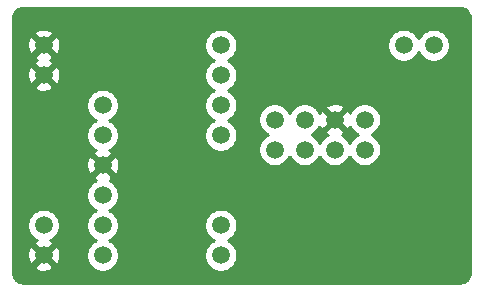
<source format=gbr>
%TF.GenerationSoftware,KiCad,Pcbnew,5.1.9-73d0e3b20d~88~ubuntu20.04.1*%
%TF.CreationDate,2020-12-26T20:54:25-08:00*%
%TF.ProjectId,st_adapter,73745f61-6461-4707-9465-722e6b696361,A*%
%TF.SameCoordinates,Original*%
%TF.FileFunction,Copper,L2,Bot*%
%TF.FilePolarity,Positive*%
%FSLAX46Y46*%
G04 Gerber Fmt 4.6, Leading zero omitted, Abs format (unit mm)*
G04 Created by KiCad (PCBNEW 5.1.9-73d0e3b20d~88~ubuntu20.04.1) date 2020-12-26 20:54:25*
%MOMM*%
%LPD*%
G01*
G04 APERTURE LIST*
%TA.AperFunction,ComponentPad*%
%ADD10C,1.520000*%
%TD*%
%TA.AperFunction,ViaPad*%
%ADD11C,0.800000*%
%TD*%
%TA.AperFunction,Conductor*%
%ADD12C,0.500000*%
%TD*%
%TA.AperFunction,Conductor*%
%ADD13C,0.254000*%
%TD*%
%TA.AperFunction,Conductor*%
%ADD14C,0.100000*%
%TD*%
G04 APERTURE END LIST*
D10*
%TO.P,CN2A,102*%
%TO.N,Net-(CN2-Pad102)*%
X101270000Y-91520000D03*
%TO.P,CN2A,101*%
%TO.N,Net-(CN2-Pad101)*%
X98730000Y-91520000D03*
%TO.P,CN2A,52*%
%TO.N,/TX*%
X83250000Y-106760000D03*
%TO.P,CN2A,51*%
%TO.N,/RX*%
X83250000Y-109300000D03*
%TO.P,CN2A,44*%
%TO.N,/SWCLKX*%
X83250000Y-99140000D03*
%TO.P,CN2A,43*%
X83250000Y-96600000D03*
%TO.P,CN2A,42*%
%TO.N,/SWDIOX*%
X83250000Y-94060000D03*
%TO.P,CN2A,41*%
X83250000Y-91520000D03*
%TO.P,CN2A,202*%
%TO.N,Net-(CN2-Pad202)*%
X68250000Y-106760000D03*
%TO.P,CN2A,201*%
%TO.N,/GND*%
X68250000Y-109300000D03*
%TO.P,CN2A,66*%
%TO.N,/SWO*%
X73250000Y-109300000D03*
%TO.P,CN2A,65*%
%TO.N,/NRST*%
X73250000Y-106760000D03*
%TO.P,CN2A,64*%
%TO.N,/SWDIO*%
X73250000Y-104220000D03*
%TO.P,CN2A,63*%
%TO.N,/GND*%
X73250000Y-101680000D03*
%TO.P,CN2A,62*%
%TO.N,/SWCLK*%
X73250000Y-99140000D03*
%TO.P,CN2A,61*%
%TO.N,/3V3*%
X73250000Y-96600000D03*
%TO.P,CN2A,22*%
%TO.N,/GND*%
X68250000Y-94060000D03*
%TO.P,CN2A,21*%
X68250000Y-91520000D03*
%TD*%
%TO.P,CN1,8*%
%TO.N,/TX*%
X87815000Y-100370000D03*
%TO.P,CN1,6*%
%TO.N,/SWO*%
X90355000Y-100370000D03*
%TO.P,CN1,4*%
%TO.N,/SWDIO*%
X92895000Y-100370000D03*
%TO.P,CN1,2*%
%TO.N,/SWCLK*%
X95435000Y-100370000D03*
%TO.P,CN1,7*%
%TO.N,/RX*%
X87815000Y-97830000D03*
%TO.P,CN1,5*%
%TO.N,/NRST*%
X90355000Y-97830000D03*
%TO.P,CN1,3*%
%TO.N,/GND*%
X92895000Y-97830000D03*
%TO.P,CN1,1*%
%TO.N,/3V3*%
X95435000Y-97830000D03*
%TD*%
D11*
%TO.N,/GND*%
X75000000Y-102600000D03*
X91500000Y-94800000D03*
%TD*%
D12*
%TO.N,/GND*%
X74170000Y-102600000D02*
X75000000Y-102600000D01*
X73250000Y-101680000D02*
X74170000Y-102600000D01*
X92895000Y-97830000D02*
X91500000Y-96435000D01*
X91500000Y-96435000D02*
X91500000Y-94800000D01*
%TD*%
D13*
%TO.N,/GND*%
X103611703Y-88390542D02*
X103611705Y-88390542D01*
X103659926Y-88394251D01*
X103711037Y-88406046D01*
X103778418Y-88428506D01*
X103855168Y-88460486D01*
X103924388Y-88495096D01*
X103975561Y-88527661D01*
X104032739Y-88573404D01*
X104092665Y-88627337D01*
X104146606Y-88687271D01*
X104192338Y-88744437D01*
X104224904Y-88795612D01*
X104259514Y-88864832D01*
X104291495Y-88941585D01*
X104313954Y-89008964D01*
X104325749Y-89060074D01*
X104329458Y-89108295D01*
X104329458Y-89108296D01*
X104340001Y-89245354D01*
X104340000Y-110754659D01*
X104329458Y-110891703D01*
X104325749Y-110939926D01*
X104313954Y-110991036D01*
X104291495Y-111058415D01*
X104259514Y-111135168D01*
X104224904Y-111204388D01*
X104192338Y-111255563D01*
X104146606Y-111312729D01*
X104092665Y-111372663D01*
X104032739Y-111426596D01*
X103975561Y-111472339D01*
X103924388Y-111504904D01*
X103855168Y-111539514D01*
X103778418Y-111571494D01*
X103711037Y-111593954D01*
X103659926Y-111605749D01*
X103611705Y-111609458D01*
X103611703Y-111609458D01*
X103474659Y-111620000D01*
X66525341Y-111620000D01*
X66388296Y-111609458D01*
X66388295Y-111609458D01*
X66340074Y-111605749D01*
X66288964Y-111593954D01*
X66221585Y-111571495D01*
X66144832Y-111539514D01*
X66075612Y-111504904D01*
X66024437Y-111472338D01*
X65967271Y-111426606D01*
X65907337Y-111372665D01*
X65853404Y-111312739D01*
X65807661Y-111255561D01*
X65775096Y-111204388D01*
X65740486Y-111135168D01*
X65708506Y-111058418D01*
X65686046Y-110991037D01*
X65674251Y-110939926D01*
X65670542Y-110891703D01*
X65660000Y-110754659D01*
X65660000Y-110264137D01*
X67465469Y-110264137D01*
X67532206Y-110504025D01*
X67780892Y-110620924D01*
X68047606Y-110687061D01*
X68322097Y-110699895D01*
X68593817Y-110658931D01*
X68852326Y-110565744D01*
X68967794Y-110504025D01*
X69034531Y-110264137D01*
X68250000Y-109479605D01*
X67465469Y-110264137D01*
X65660000Y-110264137D01*
X65660000Y-109372097D01*
X66850105Y-109372097D01*
X66891069Y-109643817D01*
X66984256Y-109902326D01*
X67045975Y-110017794D01*
X67285863Y-110084531D01*
X68070395Y-109300000D01*
X68429605Y-109300000D01*
X69214137Y-110084531D01*
X69454025Y-110017794D01*
X69570924Y-109769108D01*
X69637061Y-109502394D01*
X69649895Y-109227903D01*
X69608931Y-108956183D01*
X69515744Y-108697674D01*
X69454025Y-108582206D01*
X69214137Y-108515469D01*
X68429605Y-109300000D01*
X68070395Y-109300000D01*
X67285863Y-108515469D01*
X67045975Y-108582206D01*
X66929076Y-108830892D01*
X66862939Y-109097606D01*
X66850105Y-109372097D01*
X65660000Y-109372097D01*
X65660000Y-106622604D01*
X66855000Y-106622604D01*
X66855000Y-106897396D01*
X66908609Y-107166907D01*
X67013767Y-107420780D01*
X67166433Y-107649261D01*
X67360739Y-107843567D01*
X67589220Y-107996233D01*
X67665501Y-108027830D01*
X67647674Y-108034256D01*
X67532206Y-108095975D01*
X67465469Y-108335863D01*
X68250000Y-109120395D01*
X69034531Y-108335863D01*
X68967794Y-108095975D01*
X68828293Y-108030400D01*
X68910780Y-107996233D01*
X69139261Y-107843567D01*
X69333567Y-107649261D01*
X69486233Y-107420780D01*
X69591391Y-107166907D01*
X69645000Y-106897396D01*
X69645000Y-106622604D01*
X69591391Y-106353093D01*
X69486233Y-106099220D01*
X69333567Y-105870739D01*
X69139261Y-105676433D01*
X68910780Y-105523767D01*
X68656907Y-105418609D01*
X68387396Y-105365000D01*
X68112604Y-105365000D01*
X67843093Y-105418609D01*
X67589220Y-105523767D01*
X67360739Y-105676433D01*
X67166433Y-105870739D01*
X67013767Y-106099220D01*
X66908609Y-106353093D01*
X66855000Y-106622604D01*
X65660000Y-106622604D01*
X65660000Y-104082604D01*
X71855000Y-104082604D01*
X71855000Y-104357396D01*
X71908609Y-104626907D01*
X72013767Y-104880780D01*
X72166433Y-105109261D01*
X72360739Y-105303567D01*
X72589220Y-105456233D01*
X72670740Y-105490000D01*
X72589220Y-105523767D01*
X72360739Y-105676433D01*
X72166433Y-105870739D01*
X72013767Y-106099220D01*
X71908609Y-106353093D01*
X71855000Y-106622604D01*
X71855000Y-106897396D01*
X71908609Y-107166907D01*
X72013767Y-107420780D01*
X72166433Y-107649261D01*
X72360739Y-107843567D01*
X72589220Y-107996233D01*
X72670740Y-108030000D01*
X72589220Y-108063767D01*
X72360739Y-108216433D01*
X72166433Y-108410739D01*
X72013767Y-108639220D01*
X71908609Y-108893093D01*
X71855000Y-109162604D01*
X71855000Y-109437396D01*
X71908609Y-109706907D01*
X72013767Y-109960780D01*
X72166433Y-110189261D01*
X72360739Y-110383567D01*
X72589220Y-110536233D01*
X72843093Y-110641391D01*
X73112604Y-110695000D01*
X73387396Y-110695000D01*
X73656907Y-110641391D01*
X73910780Y-110536233D01*
X74139261Y-110383567D01*
X74333567Y-110189261D01*
X74486233Y-109960780D01*
X74591391Y-109706907D01*
X74645000Y-109437396D01*
X74645000Y-109162604D01*
X74591391Y-108893093D01*
X74486233Y-108639220D01*
X74333567Y-108410739D01*
X74139261Y-108216433D01*
X73910780Y-108063767D01*
X73829260Y-108030000D01*
X73910780Y-107996233D01*
X74139261Y-107843567D01*
X74333567Y-107649261D01*
X74486233Y-107420780D01*
X74591391Y-107166907D01*
X74645000Y-106897396D01*
X74645000Y-106622604D01*
X81855000Y-106622604D01*
X81855000Y-106897396D01*
X81908609Y-107166907D01*
X82013767Y-107420780D01*
X82166433Y-107649261D01*
X82360739Y-107843567D01*
X82589220Y-107996233D01*
X82670740Y-108030000D01*
X82589220Y-108063767D01*
X82360739Y-108216433D01*
X82166433Y-108410739D01*
X82013767Y-108639220D01*
X81908609Y-108893093D01*
X81855000Y-109162604D01*
X81855000Y-109437396D01*
X81908609Y-109706907D01*
X82013767Y-109960780D01*
X82166433Y-110189261D01*
X82360739Y-110383567D01*
X82589220Y-110536233D01*
X82843093Y-110641391D01*
X83112604Y-110695000D01*
X83387396Y-110695000D01*
X83656907Y-110641391D01*
X83910780Y-110536233D01*
X84139261Y-110383567D01*
X84333567Y-110189261D01*
X84486233Y-109960780D01*
X84591391Y-109706907D01*
X84645000Y-109437396D01*
X84645000Y-109162604D01*
X84591391Y-108893093D01*
X84486233Y-108639220D01*
X84333567Y-108410739D01*
X84139261Y-108216433D01*
X83910780Y-108063767D01*
X83829260Y-108030000D01*
X83910780Y-107996233D01*
X84139261Y-107843567D01*
X84333567Y-107649261D01*
X84486233Y-107420780D01*
X84591391Y-107166907D01*
X84645000Y-106897396D01*
X84645000Y-106622604D01*
X84591391Y-106353093D01*
X84486233Y-106099220D01*
X84333567Y-105870739D01*
X84139261Y-105676433D01*
X83910780Y-105523767D01*
X83656907Y-105418609D01*
X83387396Y-105365000D01*
X83112604Y-105365000D01*
X82843093Y-105418609D01*
X82589220Y-105523767D01*
X82360739Y-105676433D01*
X82166433Y-105870739D01*
X82013767Y-106099220D01*
X81908609Y-106353093D01*
X81855000Y-106622604D01*
X74645000Y-106622604D01*
X74591391Y-106353093D01*
X74486233Y-106099220D01*
X74333567Y-105870739D01*
X74139261Y-105676433D01*
X73910780Y-105523767D01*
X73829260Y-105490000D01*
X73910780Y-105456233D01*
X74139261Y-105303567D01*
X74333567Y-105109261D01*
X74486233Y-104880780D01*
X74591391Y-104626907D01*
X74645000Y-104357396D01*
X74645000Y-104082604D01*
X74591391Y-103813093D01*
X74486233Y-103559220D01*
X74333567Y-103330739D01*
X74139261Y-103136433D01*
X73910780Y-102983767D01*
X73834499Y-102952170D01*
X73852326Y-102945744D01*
X73967794Y-102884025D01*
X74034531Y-102644137D01*
X73250000Y-101859605D01*
X72465469Y-102644137D01*
X72532206Y-102884025D01*
X72671707Y-102949600D01*
X72589220Y-102983767D01*
X72360739Y-103136433D01*
X72166433Y-103330739D01*
X72013767Y-103559220D01*
X71908609Y-103813093D01*
X71855000Y-104082604D01*
X65660000Y-104082604D01*
X65660000Y-101752097D01*
X71850105Y-101752097D01*
X71891069Y-102023817D01*
X71984256Y-102282326D01*
X72045975Y-102397794D01*
X72285863Y-102464531D01*
X73070395Y-101680000D01*
X73429605Y-101680000D01*
X74214137Y-102464531D01*
X74454025Y-102397794D01*
X74570924Y-102149108D01*
X74637061Y-101882394D01*
X74649895Y-101607903D01*
X74608931Y-101336183D01*
X74515744Y-101077674D01*
X74454025Y-100962206D01*
X74214137Y-100895469D01*
X73429605Y-101680000D01*
X73070395Y-101680000D01*
X72285863Y-100895469D01*
X72045975Y-100962206D01*
X71929076Y-101210892D01*
X71862939Y-101477606D01*
X71850105Y-101752097D01*
X65660000Y-101752097D01*
X65660000Y-96462604D01*
X71855000Y-96462604D01*
X71855000Y-96737396D01*
X71908609Y-97006907D01*
X72013767Y-97260780D01*
X72166433Y-97489261D01*
X72360739Y-97683567D01*
X72589220Y-97836233D01*
X72670740Y-97870000D01*
X72589220Y-97903767D01*
X72360739Y-98056433D01*
X72166433Y-98250739D01*
X72013767Y-98479220D01*
X71908609Y-98733093D01*
X71855000Y-99002604D01*
X71855000Y-99277396D01*
X71908609Y-99546907D01*
X72013767Y-99800780D01*
X72166433Y-100029261D01*
X72360739Y-100223567D01*
X72589220Y-100376233D01*
X72665501Y-100407830D01*
X72647674Y-100414256D01*
X72532206Y-100475975D01*
X72465469Y-100715863D01*
X73250000Y-101500395D01*
X74034531Y-100715863D01*
X73967794Y-100475975D01*
X73828293Y-100410400D01*
X73910780Y-100376233D01*
X74139261Y-100223567D01*
X74333567Y-100029261D01*
X74486233Y-99800780D01*
X74591391Y-99546907D01*
X74645000Y-99277396D01*
X74645000Y-99002604D01*
X74591391Y-98733093D01*
X74486233Y-98479220D01*
X74333567Y-98250739D01*
X74139261Y-98056433D01*
X73910780Y-97903767D01*
X73829260Y-97870000D01*
X73910780Y-97836233D01*
X74139261Y-97683567D01*
X74333567Y-97489261D01*
X74486233Y-97260780D01*
X74591391Y-97006907D01*
X74645000Y-96737396D01*
X74645000Y-96462604D01*
X74591391Y-96193093D01*
X74486233Y-95939220D01*
X74333567Y-95710739D01*
X74139261Y-95516433D01*
X73910780Y-95363767D01*
X73656907Y-95258609D01*
X73387396Y-95205000D01*
X73112604Y-95205000D01*
X72843093Y-95258609D01*
X72589220Y-95363767D01*
X72360739Y-95516433D01*
X72166433Y-95710739D01*
X72013767Y-95939220D01*
X71908609Y-96193093D01*
X71855000Y-96462604D01*
X65660000Y-96462604D01*
X65660000Y-95024137D01*
X67465469Y-95024137D01*
X67532206Y-95264025D01*
X67780892Y-95380924D01*
X68047606Y-95447061D01*
X68322097Y-95459895D01*
X68593817Y-95418931D01*
X68852326Y-95325744D01*
X68967794Y-95264025D01*
X69034531Y-95024137D01*
X68250000Y-94239605D01*
X67465469Y-95024137D01*
X65660000Y-95024137D01*
X65660000Y-94132097D01*
X66850105Y-94132097D01*
X66891069Y-94403817D01*
X66984256Y-94662326D01*
X67045975Y-94777794D01*
X67285863Y-94844531D01*
X68070395Y-94060000D01*
X68429605Y-94060000D01*
X69214137Y-94844531D01*
X69454025Y-94777794D01*
X69570924Y-94529108D01*
X69637061Y-94262394D01*
X69649895Y-93987903D01*
X69608931Y-93716183D01*
X69515744Y-93457674D01*
X69454025Y-93342206D01*
X69214137Y-93275469D01*
X68429605Y-94060000D01*
X68070395Y-94060000D01*
X67285863Y-93275469D01*
X67045975Y-93342206D01*
X66929076Y-93590892D01*
X66862939Y-93857606D01*
X66850105Y-94132097D01*
X65660000Y-94132097D01*
X65660000Y-92484137D01*
X67465469Y-92484137D01*
X67532206Y-92724025D01*
X67666882Y-92787332D01*
X67647674Y-92794256D01*
X67532206Y-92855975D01*
X67465469Y-93095863D01*
X68250000Y-93880395D01*
X69034531Y-93095863D01*
X68967794Y-92855975D01*
X68833118Y-92792668D01*
X68852326Y-92785744D01*
X68967794Y-92724025D01*
X69034531Y-92484137D01*
X68250000Y-91699605D01*
X67465469Y-92484137D01*
X65660000Y-92484137D01*
X65660000Y-91592097D01*
X66850105Y-91592097D01*
X66891069Y-91863817D01*
X66984256Y-92122326D01*
X67045975Y-92237794D01*
X67285863Y-92304531D01*
X68070395Y-91520000D01*
X68429605Y-91520000D01*
X69214137Y-92304531D01*
X69454025Y-92237794D01*
X69570924Y-91989108D01*
X69637061Y-91722394D01*
X69649895Y-91447903D01*
X69640051Y-91382604D01*
X81855000Y-91382604D01*
X81855000Y-91657396D01*
X81908609Y-91926907D01*
X82013767Y-92180780D01*
X82166433Y-92409261D01*
X82360739Y-92603567D01*
X82589220Y-92756233D01*
X82670740Y-92790000D01*
X82589220Y-92823767D01*
X82360739Y-92976433D01*
X82166433Y-93170739D01*
X82013767Y-93399220D01*
X81908609Y-93653093D01*
X81855000Y-93922604D01*
X81855000Y-94197396D01*
X81908609Y-94466907D01*
X82013767Y-94720780D01*
X82166433Y-94949261D01*
X82360739Y-95143567D01*
X82589220Y-95296233D01*
X82670740Y-95330000D01*
X82589220Y-95363767D01*
X82360739Y-95516433D01*
X82166433Y-95710739D01*
X82013767Y-95939220D01*
X81908609Y-96193093D01*
X81855000Y-96462604D01*
X81855000Y-96737396D01*
X81908609Y-97006907D01*
X82013767Y-97260780D01*
X82166433Y-97489261D01*
X82360739Y-97683567D01*
X82589220Y-97836233D01*
X82670740Y-97870000D01*
X82589220Y-97903767D01*
X82360739Y-98056433D01*
X82166433Y-98250739D01*
X82013767Y-98479220D01*
X81908609Y-98733093D01*
X81855000Y-99002604D01*
X81855000Y-99277396D01*
X81908609Y-99546907D01*
X82013767Y-99800780D01*
X82166433Y-100029261D01*
X82360739Y-100223567D01*
X82589220Y-100376233D01*
X82843093Y-100481391D01*
X83112604Y-100535000D01*
X83387396Y-100535000D01*
X83656907Y-100481391D01*
X83910780Y-100376233D01*
X84139261Y-100223567D01*
X84333567Y-100029261D01*
X84486233Y-99800780D01*
X84591391Y-99546907D01*
X84645000Y-99277396D01*
X84645000Y-99002604D01*
X84591391Y-98733093D01*
X84486233Y-98479220D01*
X84333567Y-98250739D01*
X84139261Y-98056433D01*
X83910780Y-97903767D01*
X83829260Y-97870000D01*
X83910780Y-97836233D01*
X84125736Y-97692604D01*
X86420000Y-97692604D01*
X86420000Y-97967396D01*
X86473609Y-98236907D01*
X86578767Y-98490780D01*
X86731433Y-98719261D01*
X86925739Y-98913567D01*
X87154220Y-99066233D01*
X87235740Y-99100000D01*
X87154220Y-99133767D01*
X86925739Y-99286433D01*
X86731433Y-99480739D01*
X86578767Y-99709220D01*
X86473609Y-99963093D01*
X86420000Y-100232604D01*
X86420000Y-100507396D01*
X86473609Y-100776907D01*
X86578767Y-101030780D01*
X86731433Y-101259261D01*
X86925739Y-101453567D01*
X87154220Y-101606233D01*
X87408093Y-101711391D01*
X87677604Y-101765000D01*
X87952396Y-101765000D01*
X88221907Y-101711391D01*
X88475780Y-101606233D01*
X88704261Y-101453567D01*
X88898567Y-101259261D01*
X89051233Y-101030780D01*
X89085000Y-100949260D01*
X89118767Y-101030780D01*
X89271433Y-101259261D01*
X89465739Y-101453567D01*
X89694220Y-101606233D01*
X89948093Y-101711391D01*
X90217604Y-101765000D01*
X90492396Y-101765000D01*
X90761907Y-101711391D01*
X91015780Y-101606233D01*
X91244261Y-101453567D01*
X91438567Y-101259261D01*
X91591233Y-101030780D01*
X91625000Y-100949260D01*
X91658767Y-101030780D01*
X91811433Y-101259261D01*
X92005739Y-101453567D01*
X92234220Y-101606233D01*
X92488093Y-101711391D01*
X92757604Y-101765000D01*
X93032396Y-101765000D01*
X93301907Y-101711391D01*
X93555780Y-101606233D01*
X93784261Y-101453567D01*
X93978567Y-101259261D01*
X94131233Y-101030780D01*
X94165000Y-100949260D01*
X94198767Y-101030780D01*
X94351433Y-101259261D01*
X94545739Y-101453567D01*
X94774220Y-101606233D01*
X95028093Y-101711391D01*
X95297604Y-101765000D01*
X95572396Y-101765000D01*
X95841907Y-101711391D01*
X96095780Y-101606233D01*
X96324261Y-101453567D01*
X96518567Y-101259261D01*
X96671233Y-101030780D01*
X96776391Y-100776907D01*
X96830000Y-100507396D01*
X96830000Y-100232604D01*
X96776391Y-99963093D01*
X96671233Y-99709220D01*
X96518567Y-99480739D01*
X96324261Y-99286433D01*
X96095780Y-99133767D01*
X96014260Y-99100000D01*
X96095780Y-99066233D01*
X96324261Y-98913567D01*
X96518567Y-98719261D01*
X96671233Y-98490780D01*
X96776391Y-98236907D01*
X96830000Y-97967396D01*
X96830000Y-97692604D01*
X96776391Y-97423093D01*
X96671233Y-97169220D01*
X96518567Y-96940739D01*
X96324261Y-96746433D01*
X96095780Y-96593767D01*
X95841907Y-96488609D01*
X95572396Y-96435000D01*
X95297604Y-96435000D01*
X95028093Y-96488609D01*
X94774220Y-96593767D01*
X94545739Y-96746433D01*
X94351433Y-96940739D01*
X94198767Y-97169220D01*
X94167170Y-97245501D01*
X94160744Y-97227674D01*
X94099025Y-97112206D01*
X93859137Y-97045469D01*
X93074605Y-97830000D01*
X93859137Y-98614531D01*
X94099025Y-98547794D01*
X94164600Y-98408293D01*
X94198767Y-98490780D01*
X94351433Y-98719261D01*
X94545739Y-98913567D01*
X94774220Y-99066233D01*
X94855740Y-99100000D01*
X94774220Y-99133767D01*
X94545739Y-99286433D01*
X94351433Y-99480739D01*
X94198767Y-99709220D01*
X94165000Y-99790740D01*
X94131233Y-99709220D01*
X93978567Y-99480739D01*
X93784261Y-99286433D01*
X93555780Y-99133767D01*
X93479499Y-99102170D01*
X93497326Y-99095744D01*
X93612794Y-99034025D01*
X93679531Y-98794137D01*
X92895000Y-98009605D01*
X92110469Y-98794137D01*
X92177206Y-99034025D01*
X92316707Y-99099600D01*
X92234220Y-99133767D01*
X92005739Y-99286433D01*
X91811433Y-99480739D01*
X91658767Y-99709220D01*
X91625000Y-99790740D01*
X91591233Y-99709220D01*
X91438567Y-99480739D01*
X91244261Y-99286433D01*
X91015780Y-99133767D01*
X90934260Y-99100000D01*
X91015780Y-99066233D01*
X91244261Y-98913567D01*
X91438567Y-98719261D01*
X91591233Y-98490780D01*
X91622830Y-98414499D01*
X91629256Y-98432326D01*
X91690975Y-98547794D01*
X91930863Y-98614531D01*
X92715395Y-97830000D01*
X91930863Y-97045469D01*
X91690975Y-97112206D01*
X91625400Y-97251707D01*
X91591233Y-97169220D01*
X91438567Y-96940739D01*
X91363691Y-96865863D01*
X92110469Y-96865863D01*
X92895000Y-97650395D01*
X93679531Y-96865863D01*
X93612794Y-96625975D01*
X93364108Y-96509076D01*
X93097394Y-96442939D01*
X92822903Y-96430105D01*
X92551183Y-96471069D01*
X92292674Y-96564256D01*
X92177206Y-96625975D01*
X92110469Y-96865863D01*
X91363691Y-96865863D01*
X91244261Y-96746433D01*
X91015780Y-96593767D01*
X90761907Y-96488609D01*
X90492396Y-96435000D01*
X90217604Y-96435000D01*
X89948093Y-96488609D01*
X89694220Y-96593767D01*
X89465739Y-96746433D01*
X89271433Y-96940739D01*
X89118767Y-97169220D01*
X89085000Y-97250740D01*
X89051233Y-97169220D01*
X88898567Y-96940739D01*
X88704261Y-96746433D01*
X88475780Y-96593767D01*
X88221907Y-96488609D01*
X87952396Y-96435000D01*
X87677604Y-96435000D01*
X87408093Y-96488609D01*
X87154220Y-96593767D01*
X86925739Y-96746433D01*
X86731433Y-96940739D01*
X86578767Y-97169220D01*
X86473609Y-97423093D01*
X86420000Y-97692604D01*
X84125736Y-97692604D01*
X84139261Y-97683567D01*
X84333567Y-97489261D01*
X84486233Y-97260780D01*
X84591391Y-97006907D01*
X84645000Y-96737396D01*
X84645000Y-96462604D01*
X84591391Y-96193093D01*
X84486233Y-95939220D01*
X84333567Y-95710739D01*
X84139261Y-95516433D01*
X83910780Y-95363767D01*
X83829260Y-95330000D01*
X83910780Y-95296233D01*
X84139261Y-95143567D01*
X84333567Y-94949261D01*
X84486233Y-94720780D01*
X84591391Y-94466907D01*
X84645000Y-94197396D01*
X84645000Y-93922604D01*
X84591391Y-93653093D01*
X84486233Y-93399220D01*
X84333567Y-93170739D01*
X84139261Y-92976433D01*
X83910780Y-92823767D01*
X83829260Y-92790000D01*
X83910780Y-92756233D01*
X84139261Y-92603567D01*
X84333567Y-92409261D01*
X84486233Y-92180780D01*
X84591391Y-91926907D01*
X84645000Y-91657396D01*
X84645000Y-91382604D01*
X97335000Y-91382604D01*
X97335000Y-91657396D01*
X97388609Y-91926907D01*
X97493767Y-92180780D01*
X97646433Y-92409261D01*
X97840739Y-92603567D01*
X98069220Y-92756233D01*
X98323093Y-92861391D01*
X98592604Y-92915000D01*
X98867396Y-92915000D01*
X99136907Y-92861391D01*
X99390780Y-92756233D01*
X99619261Y-92603567D01*
X99813567Y-92409261D01*
X99966233Y-92180780D01*
X100000000Y-92099260D01*
X100033767Y-92180780D01*
X100186433Y-92409261D01*
X100380739Y-92603567D01*
X100609220Y-92756233D01*
X100863093Y-92861391D01*
X101132604Y-92915000D01*
X101407396Y-92915000D01*
X101676907Y-92861391D01*
X101930780Y-92756233D01*
X102159261Y-92603567D01*
X102353567Y-92409261D01*
X102506233Y-92180780D01*
X102611391Y-91926907D01*
X102665000Y-91657396D01*
X102665000Y-91382604D01*
X102611391Y-91113093D01*
X102506233Y-90859220D01*
X102353567Y-90630739D01*
X102159261Y-90436433D01*
X101930780Y-90283767D01*
X101676907Y-90178609D01*
X101407396Y-90125000D01*
X101132604Y-90125000D01*
X100863093Y-90178609D01*
X100609220Y-90283767D01*
X100380739Y-90436433D01*
X100186433Y-90630739D01*
X100033767Y-90859220D01*
X100000000Y-90940740D01*
X99966233Y-90859220D01*
X99813567Y-90630739D01*
X99619261Y-90436433D01*
X99390780Y-90283767D01*
X99136907Y-90178609D01*
X98867396Y-90125000D01*
X98592604Y-90125000D01*
X98323093Y-90178609D01*
X98069220Y-90283767D01*
X97840739Y-90436433D01*
X97646433Y-90630739D01*
X97493767Y-90859220D01*
X97388609Y-91113093D01*
X97335000Y-91382604D01*
X84645000Y-91382604D01*
X84591391Y-91113093D01*
X84486233Y-90859220D01*
X84333567Y-90630739D01*
X84139261Y-90436433D01*
X83910780Y-90283767D01*
X83656907Y-90178609D01*
X83387396Y-90125000D01*
X83112604Y-90125000D01*
X82843093Y-90178609D01*
X82589220Y-90283767D01*
X82360739Y-90436433D01*
X82166433Y-90630739D01*
X82013767Y-90859220D01*
X81908609Y-91113093D01*
X81855000Y-91382604D01*
X69640051Y-91382604D01*
X69608931Y-91176183D01*
X69515744Y-90917674D01*
X69454025Y-90802206D01*
X69214137Y-90735469D01*
X68429605Y-91520000D01*
X68070395Y-91520000D01*
X67285863Y-90735469D01*
X67045975Y-90802206D01*
X66929076Y-91050892D01*
X66862939Y-91317606D01*
X66850105Y-91592097D01*
X65660000Y-91592097D01*
X65660000Y-90555863D01*
X67465469Y-90555863D01*
X68250000Y-91340395D01*
X69034531Y-90555863D01*
X68967794Y-90315975D01*
X68719108Y-90199076D01*
X68452394Y-90132939D01*
X68177903Y-90120105D01*
X67906183Y-90161069D01*
X67647674Y-90254256D01*
X67532206Y-90315975D01*
X67465469Y-90555863D01*
X65660000Y-90555863D01*
X65660000Y-89245341D01*
X65670542Y-89108297D01*
X65670542Y-89108295D01*
X65674251Y-89060074D01*
X65686046Y-89008963D01*
X65708506Y-88941582D01*
X65740486Y-88864832D01*
X65775096Y-88795612D01*
X65807661Y-88744439D01*
X65853404Y-88687261D01*
X65907337Y-88627335D01*
X65967271Y-88573394D01*
X66024437Y-88527662D01*
X66075612Y-88495096D01*
X66144832Y-88460486D01*
X66221585Y-88428505D01*
X66288964Y-88406046D01*
X66340074Y-88394251D01*
X66388295Y-88390542D01*
X66388296Y-88390542D01*
X66525341Y-88380000D01*
X103474659Y-88380000D01*
X103611703Y-88390542D01*
%TA.AperFunction,Conductor*%
D14*
G36*
X103611703Y-88390542D02*
G01*
X103611705Y-88390542D01*
X103659926Y-88394251D01*
X103711037Y-88406046D01*
X103778418Y-88428506D01*
X103855168Y-88460486D01*
X103924388Y-88495096D01*
X103975561Y-88527661D01*
X104032739Y-88573404D01*
X104092665Y-88627337D01*
X104146606Y-88687271D01*
X104192338Y-88744437D01*
X104224904Y-88795612D01*
X104259514Y-88864832D01*
X104291495Y-88941585D01*
X104313954Y-89008964D01*
X104325749Y-89060074D01*
X104329458Y-89108295D01*
X104329458Y-89108296D01*
X104340001Y-89245354D01*
X104340000Y-110754659D01*
X104329458Y-110891703D01*
X104325749Y-110939926D01*
X104313954Y-110991036D01*
X104291495Y-111058415D01*
X104259514Y-111135168D01*
X104224904Y-111204388D01*
X104192338Y-111255563D01*
X104146606Y-111312729D01*
X104092665Y-111372663D01*
X104032739Y-111426596D01*
X103975561Y-111472339D01*
X103924388Y-111504904D01*
X103855168Y-111539514D01*
X103778418Y-111571494D01*
X103711037Y-111593954D01*
X103659926Y-111605749D01*
X103611705Y-111609458D01*
X103611703Y-111609458D01*
X103474659Y-111620000D01*
X66525341Y-111620000D01*
X66388296Y-111609458D01*
X66388295Y-111609458D01*
X66340074Y-111605749D01*
X66288964Y-111593954D01*
X66221585Y-111571495D01*
X66144832Y-111539514D01*
X66075612Y-111504904D01*
X66024437Y-111472338D01*
X65967271Y-111426606D01*
X65907337Y-111372665D01*
X65853404Y-111312739D01*
X65807661Y-111255561D01*
X65775096Y-111204388D01*
X65740486Y-111135168D01*
X65708506Y-111058418D01*
X65686046Y-110991037D01*
X65674251Y-110939926D01*
X65670542Y-110891703D01*
X65660000Y-110754659D01*
X65660000Y-110264137D01*
X67465469Y-110264137D01*
X67532206Y-110504025D01*
X67780892Y-110620924D01*
X68047606Y-110687061D01*
X68322097Y-110699895D01*
X68593817Y-110658931D01*
X68852326Y-110565744D01*
X68967794Y-110504025D01*
X69034531Y-110264137D01*
X68250000Y-109479605D01*
X67465469Y-110264137D01*
X65660000Y-110264137D01*
X65660000Y-109372097D01*
X66850105Y-109372097D01*
X66891069Y-109643817D01*
X66984256Y-109902326D01*
X67045975Y-110017794D01*
X67285863Y-110084531D01*
X68070395Y-109300000D01*
X68429605Y-109300000D01*
X69214137Y-110084531D01*
X69454025Y-110017794D01*
X69570924Y-109769108D01*
X69637061Y-109502394D01*
X69649895Y-109227903D01*
X69608931Y-108956183D01*
X69515744Y-108697674D01*
X69454025Y-108582206D01*
X69214137Y-108515469D01*
X68429605Y-109300000D01*
X68070395Y-109300000D01*
X67285863Y-108515469D01*
X67045975Y-108582206D01*
X66929076Y-108830892D01*
X66862939Y-109097606D01*
X66850105Y-109372097D01*
X65660000Y-109372097D01*
X65660000Y-106622604D01*
X66855000Y-106622604D01*
X66855000Y-106897396D01*
X66908609Y-107166907D01*
X67013767Y-107420780D01*
X67166433Y-107649261D01*
X67360739Y-107843567D01*
X67589220Y-107996233D01*
X67665501Y-108027830D01*
X67647674Y-108034256D01*
X67532206Y-108095975D01*
X67465469Y-108335863D01*
X68250000Y-109120395D01*
X69034531Y-108335863D01*
X68967794Y-108095975D01*
X68828293Y-108030400D01*
X68910780Y-107996233D01*
X69139261Y-107843567D01*
X69333567Y-107649261D01*
X69486233Y-107420780D01*
X69591391Y-107166907D01*
X69645000Y-106897396D01*
X69645000Y-106622604D01*
X69591391Y-106353093D01*
X69486233Y-106099220D01*
X69333567Y-105870739D01*
X69139261Y-105676433D01*
X68910780Y-105523767D01*
X68656907Y-105418609D01*
X68387396Y-105365000D01*
X68112604Y-105365000D01*
X67843093Y-105418609D01*
X67589220Y-105523767D01*
X67360739Y-105676433D01*
X67166433Y-105870739D01*
X67013767Y-106099220D01*
X66908609Y-106353093D01*
X66855000Y-106622604D01*
X65660000Y-106622604D01*
X65660000Y-104082604D01*
X71855000Y-104082604D01*
X71855000Y-104357396D01*
X71908609Y-104626907D01*
X72013767Y-104880780D01*
X72166433Y-105109261D01*
X72360739Y-105303567D01*
X72589220Y-105456233D01*
X72670740Y-105490000D01*
X72589220Y-105523767D01*
X72360739Y-105676433D01*
X72166433Y-105870739D01*
X72013767Y-106099220D01*
X71908609Y-106353093D01*
X71855000Y-106622604D01*
X71855000Y-106897396D01*
X71908609Y-107166907D01*
X72013767Y-107420780D01*
X72166433Y-107649261D01*
X72360739Y-107843567D01*
X72589220Y-107996233D01*
X72670740Y-108030000D01*
X72589220Y-108063767D01*
X72360739Y-108216433D01*
X72166433Y-108410739D01*
X72013767Y-108639220D01*
X71908609Y-108893093D01*
X71855000Y-109162604D01*
X71855000Y-109437396D01*
X71908609Y-109706907D01*
X72013767Y-109960780D01*
X72166433Y-110189261D01*
X72360739Y-110383567D01*
X72589220Y-110536233D01*
X72843093Y-110641391D01*
X73112604Y-110695000D01*
X73387396Y-110695000D01*
X73656907Y-110641391D01*
X73910780Y-110536233D01*
X74139261Y-110383567D01*
X74333567Y-110189261D01*
X74486233Y-109960780D01*
X74591391Y-109706907D01*
X74645000Y-109437396D01*
X74645000Y-109162604D01*
X74591391Y-108893093D01*
X74486233Y-108639220D01*
X74333567Y-108410739D01*
X74139261Y-108216433D01*
X73910780Y-108063767D01*
X73829260Y-108030000D01*
X73910780Y-107996233D01*
X74139261Y-107843567D01*
X74333567Y-107649261D01*
X74486233Y-107420780D01*
X74591391Y-107166907D01*
X74645000Y-106897396D01*
X74645000Y-106622604D01*
X81855000Y-106622604D01*
X81855000Y-106897396D01*
X81908609Y-107166907D01*
X82013767Y-107420780D01*
X82166433Y-107649261D01*
X82360739Y-107843567D01*
X82589220Y-107996233D01*
X82670740Y-108030000D01*
X82589220Y-108063767D01*
X82360739Y-108216433D01*
X82166433Y-108410739D01*
X82013767Y-108639220D01*
X81908609Y-108893093D01*
X81855000Y-109162604D01*
X81855000Y-109437396D01*
X81908609Y-109706907D01*
X82013767Y-109960780D01*
X82166433Y-110189261D01*
X82360739Y-110383567D01*
X82589220Y-110536233D01*
X82843093Y-110641391D01*
X83112604Y-110695000D01*
X83387396Y-110695000D01*
X83656907Y-110641391D01*
X83910780Y-110536233D01*
X84139261Y-110383567D01*
X84333567Y-110189261D01*
X84486233Y-109960780D01*
X84591391Y-109706907D01*
X84645000Y-109437396D01*
X84645000Y-109162604D01*
X84591391Y-108893093D01*
X84486233Y-108639220D01*
X84333567Y-108410739D01*
X84139261Y-108216433D01*
X83910780Y-108063767D01*
X83829260Y-108030000D01*
X83910780Y-107996233D01*
X84139261Y-107843567D01*
X84333567Y-107649261D01*
X84486233Y-107420780D01*
X84591391Y-107166907D01*
X84645000Y-106897396D01*
X84645000Y-106622604D01*
X84591391Y-106353093D01*
X84486233Y-106099220D01*
X84333567Y-105870739D01*
X84139261Y-105676433D01*
X83910780Y-105523767D01*
X83656907Y-105418609D01*
X83387396Y-105365000D01*
X83112604Y-105365000D01*
X82843093Y-105418609D01*
X82589220Y-105523767D01*
X82360739Y-105676433D01*
X82166433Y-105870739D01*
X82013767Y-106099220D01*
X81908609Y-106353093D01*
X81855000Y-106622604D01*
X74645000Y-106622604D01*
X74591391Y-106353093D01*
X74486233Y-106099220D01*
X74333567Y-105870739D01*
X74139261Y-105676433D01*
X73910780Y-105523767D01*
X73829260Y-105490000D01*
X73910780Y-105456233D01*
X74139261Y-105303567D01*
X74333567Y-105109261D01*
X74486233Y-104880780D01*
X74591391Y-104626907D01*
X74645000Y-104357396D01*
X74645000Y-104082604D01*
X74591391Y-103813093D01*
X74486233Y-103559220D01*
X74333567Y-103330739D01*
X74139261Y-103136433D01*
X73910780Y-102983767D01*
X73834499Y-102952170D01*
X73852326Y-102945744D01*
X73967794Y-102884025D01*
X74034531Y-102644137D01*
X73250000Y-101859605D01*
X72465469Y-102644137D01*
X72532206Y-102884025D01*
X72671707Y-102949600D01*
X72589220Y-102983767D01*
X72360739Y-103136433D01*
X72166433Y-103330739D01*
X72013767Y-103559220D01*
X71908609Y-103813093D01*
X71855000Y-104082604D01*
X65660000Y-104082604D01*
X65660000Y-101752097D01*
X71850105Y-101752097D01*
X71891069Y-102023817D01*
X71984256Y-102282326D01*
X72045975Y-102397794D01*
X72285863Y-102464531D01*
X73070395Y-101680000D01*
X73429605Y-101680000D01*
X74214137Y-102464531D01*
X74454025Y-102397794D01*
X74570924Y-102149108D01*
X74637061Y-101882394D01*
X74649895Y-101607903D01*
X74608931Y-101336183D01*
X74515744Y-101077674D01*
X74454025Y-100962206D01*
X74214137Y-100895469D01*
X73429605Y-101680000D01*
X73070395Y-101680000D01*
X72285863Y-100895469D01*
X72045975Y-100962206D01*
X71929076Y-101210892D01*
X71862939Y-101477606D01*
X71850105Y-101752097D01*
X65660000Y-101752097D01*
X65660000Y-96462604D01*
X71855000Y-96462604D01*
X71855000Y-96737396D01*
X71908609Y-97006907D01*
X72013767Y-97260780D01*
X72166433Y-97489261D01*
X72360739Y-97683567D01*
X72589220Y-97836233D01*
X72670740Y-97870000D01*
X72589220Y-97903767D01*
X72360739Y-98056433D01*
X72166433Y-98250739D01*
X72013767Y-98479220D01*
X71908609Y-98733093D01*
X71855000Y-99002604D01*
X71855000Y-99277396D01*
X71908609Y-99546907D01*
X72013767Y-99800780D01*
X72166433Y-100029261D01*
X72360739Y-100223567D01*
X72589220Y-100376233D01*
X72665501Y-100407830D01*
X72647674Y-100414256D01*
X72532206Y-100475975D01*
X72465469Y-100715863D01*
X73250000Y-101500395D01*
X74034531Y-100715863D01*
X73967794Y-100475975D01*
X73828293Y-100410400D01*
X73910780Y-100376233D01*
X74139261Y-100223567D01*
X74333567Y-100029261D01*
X74486233Y-99800780D01*
X74591391Y-99546907D01*
X74645000Y-99277396D01*
X74645000Y-99002604D01*
X74591391Y-98733093D01*
X74486233Y-98479220D01*
X74333567Y-98250739D01*
X74139261Y-98056433D01*
X73910780Y-97903767D01*
X73829260Y-97870000D01*
X73910780Y-97836233D01*
X74139261Y-97683567D01*
X74333567Y-97489261D01*
X74486233Y-97260780D01*
X74591391Y-97006907D01*
X74645000Y-96737396D01*
X74645000Y-96462604D01*
X74591391Y-96193093D01*
X74486233Y-95939220D01*
X74333567Y-95710739D01*
X74139261Y-95516433D01*
X73910780Y-95363767D01*
X73656907Y-95258609D01*
X73387396Y-95205000D01*
X73112604Y-95205000D01*
X72843093Y-95258609D01*
X72589220Y-95363767D01*
X72360739Y-95516433D01*
X72166433Y-95710739D01*
X72013767Y-95939220D01*
X71908609Y-96193093D01*
X71855000Y-96462604D01*
X65660000Y-96462604D01*
X65660000Y-95024137D01*
X67465469Y-95024137D01*
X67532206Y-95264025D01*
X67780892Y-95380924D01*
X68047606Y-95447061D01*
X68322097Y-95459895D01*
X68593817Y-95418931D01*
X68852326Y-95325744D01*
X68967794Y-95264025D01*
X69034531Y-95024137D01*
X68250000Y-94239605D01*
X67465469Y-95024137D01*
X65660000Y-95024137D01*
X65660000Y-94132097D01*
X66850105Y-94132097D01*
X66891069Y-94403817D01*
X66984256Y-94662326D01*
X67045975Y-94777794D01*
X67285863Y-94844531D01*
X68070395Y-94060000D01*
X68429605Y-94060000D01*
X69214137Y-94844531D01*
X69454025Y-94777794D01*
X69570924Y-94529108D01*
X69637061Y-94262394D01*
X69649895Y-93987903D01*
X69608931Y-93716183D01*
X69515744Y-93457674D01*
X69454025Y-93342206D01*
X69214137Y-93275469D01*
X68429605Y-94060000D01*
X68070395Y-94060000D01*
X67285863Y-93275469D01*
X67045975Y-93342206D01*
X66929076Y-93590892D01*
X66862939Y-93857606D01*
X66850105Y-94132097D01*
X65660000Y-94132097D01*
X65660000Y-92484137D01*
X67465469Y-92484137D01*
X67532206Y-92724025D01*
X67666882Y-92787332D01*
X67647674Y-92794256D01*
X67532206Y-92855975D01*
X67465469Y-93095863D01*
X68250000Y-93880395D01*
X69034531Y-93095863D01*
X68967794Y-92855975D01*
X68833118Y-92792668D01*
X68852326Y-92785744D01*
X68967794Y-92724025D01*
X69034531Y-92484137D01*
X68250000Y-91699605D01*
X67465469Y-92484137D01*
X65660000Y-92484137D01*
X65660000Y-91592097D01*
X66850105Y-91592097D01*
X66891069Y-91863817D01*
X66984256Y-92122326D01*
X67045975Y-92237794D01*
X67285863Y-92304531D01*
X68070395Y-91520000D01*
X68429605Y-91520000D01*
X69214137Y-92304531D01*
X69454025Y-92237794D01*
X69570924Y-91989108D01*
X69637061Y-91722394D01*
X69649895Y-91447903D01*
X69640051Y-91382604D01*
X81855000Y-91382604D01*
X81855000Y-91657396D01*
X81908609Y-91926907D01*
X82013767Y-92180780D01*
X82166433Y-92409261D01*
X82360739Y-92603567D01*
X82589220Y-92756233D01*
X82670740Y-92790000D01*
X82589220Y-92823767D01*
X82360739Y-92976433D01*
X82166433Y-93170739D01*
X82013767Y-93399220D01*
X81908609Y-93653093D01*
X81855000Y-93922604D01*
X81855000Y-94197396D01*
X81908609Y-94466907D01*
X82013767Y-94720780D01*
X82166433Y-94949261D01*
X82360739Y-95143567D01*
X82589220Y-95296233D01*
X82670740Y-95330000D01*
X82589220Y-95363767D01*
X82360739Y-95516433D01*
X82166433Y-95710739D01*
X82013767Y-95939220D01*
X81908609Y-96193093D01*
X81855000Y-96462604D01*
X81855000Y-96737396D01*
X81908609Y-97006907D01*
X82013767Y-97260780D01*
X82166433Y-97489261D01*
X82360739Y-97683567D01*
X82589220Y-97836233D01*
X82670740Y-97870000D01*
X82589220Y-97903767D01*
X82360739Y-98056433D01*
X82166433Y-98250739D01*
X82013767Y-98479220D01*
X81908609Y-98733093D01*
X81855000Y-99002604D01*
X81855000Y-99277396D01*
X81908609Y-99546907D01*
X82013767Y-99800780D01*
X82166433Y-100029261D01*
X82360739Y-100223567D01*
X82589220Y-100376233D01*
X82843093Y-100481391D01*
X83112604Y-100535000D01*
X83387396Y-100535000D01*
X83656907Y-100481391D01*
X83910780Y-100376233D01*
X84139261Y-100223567D01*
X84333567Y-100029261D01*
X84486233Y-99800780D01*
X84591391Y-99546907D01*
X84645000Y-99277396D01*
X84645000Y-99002604D01*
X84591391Y-98733093D01*
X84486233Y-98479220D01*
X84333567Y-98250739D01*
X84139261Y-98056433D01*
X83910780Y-97903767D01*
X83829260Y-97870000D01*
X83910780Y-97836233D01*
X84125736Y-97692604D01*
X86420000Y-97692604D01*
X86420000Y-97967396D01*
X86473609Y-98236907D01*
X86578767Y-98490780D01*
X86731433Y-98719261D01*
X86925739Y-98913567D01*
X87154220Y-99066233D01*
X87235740Y-99100000D01*
X87154220Y-99133767D01*
X86925739Y-99286433D01*
X86731433Y-99480739D01*
X86578767Y-99709220D01*
X86473609Y-99963093D01*
X86420000Y-100232604D01*
X86420000Y-100507396D01*
X86473609Y-100776907D01*
X86578767Y-101030780D01*
X86731433Y-101259261D01*
X86925739Y-101453567D01*
X87154220Y-101606233D01*
X87408093Y-101711391D01*
X87677604Y-101765000D01*
X87952396Y-101765000D01*
X88221907Y-101711391D01*
X88475780Y-101606233D01*
X88704261Y-101453567D01*
X88898567Y-101259261D01*
X89051233Y-101030780D01*
X89085000Y-100949260D01*
X89118767Y-101030780D01*
X89271433Y-101259261D01*
X89465739Y-101453567D01*
X89694220Y-101606233D01*
X89948093Y-101711391D01*
X90217604Y-101765000D01*
X90492396Y-101765000D01*
X90761907Y-101711391D01*
X91015780Y-101606233D01*
X91244261Y-101453567D01*
X91438567Y-101259261D01*
X91591233Y-101030780D01*
X91625000Y-100949260D01*
X91658767Y-101030780D01*
X91811433Y-101259261D01*
X92005739Y-101453567D01*
X92234220Y-101606233D01*
X92488093Y-101711391D01*
X92757604Y-101765000D01*
X93032396Y-101765000D01*
X93301907Y-101711391D01*
X93555780Y-101606233D01*
X93784261Y-101453567D01*
X93978567Y-101259261D01*
X94131233Y-101030780D01*
X94165000Y-100949260D01*
X94198767Y-101030780D01*
X94351433Y-101259261D01*
X94545739Y-101453567D01*
X94774220Y-101606233D01*
X95028093Y-101711391D01*
X95297604Y-101765000D01*
X95572396Y-101765000D01*
X95841907Y-101711391D01*
X96095780Y-101606233D01*
X96324261Y-101453567D01*
X96518567Y-101259261D01*
X96671233Y-101030780D01*
X96776391Y-100776907D01*
X96830000Y-100507396D01*
X96830000Y-100232604D01*
X96776391Y-99963093D01*
X96671233Y-99709220D01*
X96518567Y-99480739D01*
X96324261Y-99286433D01*
X96095780Y-99133767D01*
X96014260Y-99100000D01*
X96095780Y-99066233D01*
X96324261Y-98913567D01*
X96518567Y-98719261D01*
X96671233Y-98490780D01*
X96776391Y-98236907D01*
X96830000Y-97967396D01*
X96830000Y-97692604D01*
X96776391Y-97423093D01*
X96671233Y-97169220D01*
X96518567Y-96940739D01*
X96324261Y-96746433D01*
X96095780Y-96593767D01*
X95841907Y-96488609D01*
X95572396Y-96435000D01*
X95297604Y-96435000D01*
X95028093Y-96488609D01*
X94774220Y-96593767D01*
X94545739Y-96746433D01*
X94351433Y-96940739D01*
X94198767Y-97169220D01*
X94167170Y-97245501D01*
X94160744Y-97227674D01*
X94099025Y-97112206D01*
X93859137Y-97045469D01*
X93074605Y-97830000D01*
X93859137Y-98614531D01*
X94099025Y-98547794D01*
X94164600Y-98408293D01*
X94198767Y-98490780D01*
X94351433Y-98719261D01*
X94545739Y-98913567D01*
X94774220Y-99066233D01*
X94855740Y-99100000D01*
X94774220Y-99133767D01*
X94545739Y-99286433D01*
X94351433Y-99480739D01*
X94198767Y-99709220D01*
X94165000Y-99790740D01*
X94131233Y-99709220D01*
X93978567Y-99480739D01*
X93784261Y-99286433D01*
X93555780Y-99133767D01*
X93479499Y-99102170D01*
X93497326Y-99095744D01*
X93612794Y-99034025D01*
X93679531Y-98794137D01*
X92895000Y-98009605D01*
X92110469Y-98794137D01*
X92177206Y-99034025D01*
X92316707Y-99099600D01*
X92234220Y-99133767D01*
X92005739Y-99286433D01*
X91811433Y-99480739D01*
X91658767Y-99709220D01*
X91625000Y-99790740D01*
X91591233Y-99709220D01*
X91438567Y-99480739D01*
X91244261Y-99286433D01*
X91015780Y-99133767D01*
X90934260Y-99100000D01*
X91015780Y-99066233D01*
X91244261Y-98913567D01*
X91438567Y-98719261D01*
X91591233Y-98490780D01*
X91622830Y-98414499D01*
X91629256Y-98432326D01*
X91690975Y-98547794D01*
X91930863Y-98614531D01*
X92715395Y-97830000D01*
X91930863Y-97045469D01*
X91690975Y-97112206D01*
X91625400Y-97251707D01*
X91591233Y-97169220D01*
X91438567Y-96940739D01*
X91363691Y-96865863D01*
X92110469Y-96865863D01*
X92895000Y-97650395D01*
X93679531Y-96865863D01*
X93612794Y-96625975D01*
X93364108Y-96509076D01*
X93097394Y-96442939D01*
X92822903Y-96430105D01*
X92551183Y-96471069D01*
X92292674Y-96564256D01*
X92177206Y-96625975D01*
X92110469Y-96865863D01*
X91363691Y-96865863D01*
X91244261Y-96746433D01*
X91015780Y-96593767D01*
X90761907Y-96488609D01*
X90492396Y-96435000D01*
X90217604Y-96435000D01*
X89948093Y-96488609D01*
X89694220Y-96593767D01*
X89465739Y-96746433D01*
X89271433Y-96940739D01*
X89118767Y-97169220D01*
X89085000Y-97250740D01*
X89051233Y-97169220D01*
X88898567Y-96940739D01*
X88704261Y-96746433D01*
X88475780Y-96593767D01*
X88221907Y-96488609D01*
X87952396Y-96435000D01*
X87677604Y-96435000D01*
X87408093Y-96488609D01*
X87154220Y-96593767D01*
X86925739Y-96746433D01*
X86731433Y-96940739D01*
X86578767Y-97169220D01*
X86473609Y-97423093D01*
X86420000Y-97692604D01*
X84125736Y-97692604D01*
X84139261Y-97683567D01*
X84333567Y-97489261D01*
X84486233Y-97260780D01*
X84591391Y-97006907D01*
X84645000Y-96737396D01*
X84645000Y-96462604D01*
X84591391Y-96193093D01*
X84486233Y-95939220D01*
X84333567Y-95710739D01*
X84139261Y-95516433D01*
X83910780Y-95363767D01*
X83829260Y-95330000D01*
X83910780Y-95296233D01*
X84139261Y-95143567D01*
X84333567Y-94949261D01*
X84486233Y-94720780D01*
X84591391Y-94466907D01*
X84645000Y-94197396D01*
X84645000Y-93922604D01*
X84591391Y-93653093D01*
X84486233Y-93399220D01*
X84333567Y-93170739D01*
X84139261Y-92976433D01*
X83910780Y-92823767D01*
X83829260Y-92790000D01*
X83910780Y-92756233D01*
X84139261Y-92603567D01*
X84333567Y-92409261D01*
X84486233Y-92180780D01*
X84591391Y-91926907D01*
X84645000Y-91657396D01*
X84645000Y-91382604D01*
X97335000Y-91382604D01*
X97335000Y-91657396D01*
X97388609Y-91926907D01*
X97493767Y-92180780D01*
X97646433Y-92409261D01*
X97840739Y-92603567D01*
X98069220Y-92756233D01*
X98323093Y-92861391D01*
X98592604Y-92915000D01*
X98867396Y-92915000D01*
X99136907Y-92861391D01*
X99390780Y-92756233D01*
X99619261Y-92603567D01*
X99813567Y-92409261D01*
X99966233Y-92180780D01*
X100000000Y-92099260D01*
X100033767Y-92180780D01*
X100186433Y-92409261D01*
X100380739Y-92603567D01*
X100609220Y-92756233D01*
X100863093Y-92861391D01*
X101132604Y-92915000D01*
X101407396Y-92915000D01*
X101676907Y-92861391D01*
X101930780Y-92756233D01*
X102159261Y-92603567D01*
X102353567Y-92409261D01*
X102506233Y-92180780D01*
X102611391Y-91926907D01*
X102665000Y-91657396D01*
X102665000Y-91382604D01*
X102611391Y-91113093D01*
X102506233Y-90859220D01*
X102353567Y-90630739D01*
X102159261Y-90436433D01*
X101930780Y-90283767D01*
X101676907Y-90178609D01*
X101407396Y-90125000D01*
X101132604Y-90125000D01*
X100863093Y-90178609D01*
X100609220Y-90283767D01*
X100380739Y-90436433D01*
X100186433Y-90630739D01*
X100033767Y-90859220D01*
X100000000Y-90940740D01*
X99966233Y-90859220D01*
X99813567Y-90630739D01*
X99619261Y-90436433D01*
X99390780Y-90283767D01*
X99136907Y-90178609D01*
X98867396Y-90125000D01*
X98592604Y-90125000D01*
X98323093Y-90178609D01*
X98069220Y-90283767D01*
X97840739Y-90436433D01*
X97646433Y-90630739D01*
X97493767Y-90859220D01*
X97388609Y-91113093D01*
X97335000Y-91382604D01*
X84645000Y-91382604D01*
X84591391Y-91113093D01*
X84486233Y-90859220D01*
X84333567Y-90630739D01*
X84139261Y-90436433D01*
X83910780Y-90283767D01*
X83656907Y-90178609D01*
X83387396Y-90125000D01*
X83112604Y-90125000D01*
X82843093Y-90178609D01*
X82589220Y-90283767D01*
X82360739Y-90436433D01*
X82166433Y-90630739D01*
X82013767Y-90859220D01*
X81908609Y-91113093D01*
X81855000Y-91382604D01*
X69640051Y-91382604D01*
X69608931Y-91176183D01*
X69515744Y-90917674D01*
X69454025Y-90802206D01*
X69214137Y-90735469D01*
X68429605Y-91520000D01*
X68070395Y-91520000D01*
X67285863Y-90735469D01*
X67045975Y-90802206D01*
X66929076Y-91050892D01*
X66862939Y-91317606D01*
X66850105Y-91592097D01*
X65660000Y-91592097D01*
X65660000Y-90555863D01*
X67465469Y-90555863D01*
X68250000Y-91340395D01*
X69034531Y-90555863D01*
X68967794Y-90315975D01*
X68719108Y-90199076D01*
X68452394Y-90132939D01*
X68177903Y-90120105D01*
X67906183Y-90161069D01*
X67647674Y-90254256D01*
X67532206Y-90315975D01*
X67465469Y-90555863D01*
X65660000Y-90555863D01*
X65660000Y-89245341D01*
X65670542Y-89108297D01*
X65670542Y-89108295D01*
X65674251Y-89060074D01*
X65686046Y-89008963D01*
X65708506Y-88941582D01*
X65740486Y-88864832D01*
X65775096Y-88795612D01*
X65807661Y-88744439D01*
X65853404Y-88687261D01*
X65907337Y-88627335D01*
X65967271Y-88573394D01*
X66024437Y-88527662D01*
X66075612Y-88495096D01*
X66144832Y-88460486D01*
X66221585Y-88428505D01*
X66288964Y-88406046D01*
X66340074Y-88394251D01*
X66388295Y-88390542D01*
X66388296Y-88390542D01*
X66525341Y-88380000D01*
X103474659Y-88380000D01*
X103611703Y-88390542D01*
G37*
%TD.AperFunction*%
%TD*%
M02*

</source>
